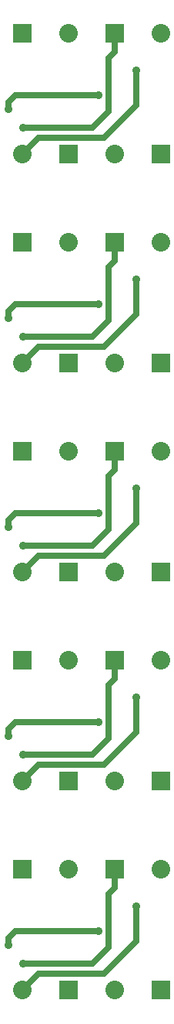
<source format=gbr>
G04 start of page 3 for group 1 idx 1 *
G04 Title: (unknown), solder *
G04 Creator: pcb 4.0.2 *
G04 CreationDate: Thu Sep  9 05:11:40 2021 UTC *
G04 For: ndholmes *
G04 Format: Gerber/RS-274X *
G04 PCB-Dimensions (mil): 1020.00 4700.00 *
G04 PCB-Coordinate-Origin: lower left *
%MOIN*%
%FSLAX25Y25*%
%LNBOTTOM*%
%ADD24C,0.0480*%
%ADD23C,0.0310*%
%ADD22C,0.0200*%
%ADD21C,0.0360*%
%ADD20C,0.0800*%
%ADD19C,0.0001*%
%ADD18C,0.0250*%
G54D18*X54000Y330000D02*X18000D01*
X21500Y316000D02*X51500D01*
X58500Y323000D01*
X56500Y311500D02*X28000D01*
X58500Y323000D02*Y346000D01*
X61000Y348500D01*
Y356500D01*
X70500Y340500D02*Y325500D01*
X56500Y311500D01*
X51500Y406000D02*X58500Y413000D01*
Y436000D01*
X61000Y438500D01*
X54000Y420000D02*X18000D01*
X15000Y417000D01*
Y414000D01*
X21500Y406000D02*X51500D01*
X61000Y438500D02*Y446500D01*
X70500Y430500D02*Y415500D01*
X56500Y401500D01*
X28000D01*
X21000Y394500D01*
X18000Y330000D02*X15000Y327000D01*
Y324000D01*
X28000Y311500D02*X21000Y304500D01*
X54000Y240000D02*X18000D01*
X15000Y237000D01*
Y234000D01*
X51500Y226000D02*X58500Y233000D01*
Y256000D01*
X61000Y258500D01*
Y266500D01*
X70500Y250500D02*Y235500D01*
X56500Y221500D01*
X21500Y226000D02*X51500D01*
X56500Y221500D02*X28000D01*
X21000Y214500D01*
X58500Y143000D02*Y166000D01*
X70500Y160500D02*Y145500D01*
X56500Y131500D01*
X58500Y166000D02*X61000Y168500D01*
Y176500D01*
X54000Y150000D02*X18000D01*
X15000Y147000D01*
Y144000D01*
X21500Y136000D02*X51500D01*
X56500Y131500D02*X28000D01*
X21000Y124500D01*
X51500Y136000D02*X58500Y143000D01*
X54000Y60000D02*X18000D01*
X15000Y57000D01*
Y54000D01*
X21500Y46000D02*X51500D01*
X58500Y53000D01*
Y76000D01*
X61000Y78500D01*
Y86500D01*
X70500Y70500D02*Y55500D01*
X56500Y41500D01*
X28000D01*
X21000Y34500D01*
G54D19*G36*
X77000Y308500D02*Y300500D01*
X85000D01*
Y308500D01*
X77000D01*
G37*
G54D20*X81000Y356500D03*
G54D19*G36*
X77000Y218500D02*Y210500D01*
X85000D01*
Y218500D01*
X77000D01*
G37*
G54D20*X81000Y266500D03*
Y176500D03*
X61000Y304500D03*
G54D19*G36*
X57000Y360500D02*Y352500D01*
X65000D01*
Y360500D01*
X57000D01*
G37*
G54D20*X61000Y214500D03*
G54D19*G36*
X57000Y270500D02*Y262500D01*
X65000D01*
Y270500D01*
X57000D01*
G37*
G36*
X37000Y308500D02*Y300500D01*
X45000D01*
Y308500D01*
X37000D01*
G37*
G54D20*X21000Y304500D03*
G54D19*G36*
X17000Y360500D02*Y352500D01*
X25000D01*
Y360500D01*
X17000D01*
G37*
G54D20*X41000Y356500D03*
G54D19*G36*
X37000Y218500D02*Y210500D01*
X45000D01*
Y218500D01*
X37000D01*
G37*
G54D20*X21000Y214500D03*
G54D19*G36*
X17000Y270500D02*Y262500D01*
X25000D01*
Y270500D01*
X17000D01*
G37*
G54D20*X41000Y266500D03*
G54D19*G36*
X17000Y180500D02*Y172500D01*
X25000D01*
Y180500D01*
X17000D01*
G37*
G54D20*X41000Y176500D03*
X21000Y394500D03*
G54D19*G36*
X17000Y450500D02*Y442500D01*
X25000D01*
Y450500D01*
X17000D01*
G37*
G54D20*X41000Y446500D03*
G54D19*G36*
X57000Y450500D02*Y442500D01*
X65000D01*
Y450500D01*
X57000D01*
G37*
G36*
X77000Y398500D02*Y390500D01*
X85000D01*
Y398500D01*
X77000D01*
G37*
G54D20*X61000Y394500D03*
G54D19*G36*
X37000Y398500D02*Y390500D01*
X45000D01*
Y398500D01*
X37000D01*
G37*
G54D20*X81000Y446500D03*
G54D19*G36*
X77000Y128500D02*Y120500D01*
X85000D01*
Y128500D01*
X77000D01*
G37*
G36*
X17000Y90500D02*Y82500D01*
X25000D01*
Y90500D01*
X17000D01*
G37*
G54D20*X41000Y86500D03*
X81000D03*
X61000Y124500D03*
G54D19*G36*
X37000Y128500D02*Y120500D01*
X45000D01*
Y128500D01*
X37000D01*
G37*
G54D20*X21000Y124500D03*
G54D19*G36*
X57000Y180500D02*Y172500D01*
X65000D01*
Y180500D01*
X57000D01*
G37*
G54D20*X61000Y34500D03*
G54D19*G36*
X57000Y90500D02*Y82500D01*
X65000D01*
Y90500D01*
X57000D01*
G37*
G36*
X77000Y38500D02*Y30500D01*
X85000D01*
Y38500D01*
X77000D01*
G37*
G36*
X37000D02*Y30500D01*
X45000D01*
Y38500D01*
X37000D01*
G37*
G54D20*X21000Y34500D03*
G54D21*X54000Y330000D03*
X70500Y340500D03*
X15000Y324000D03*
X21500Y316000D03*
X15000Y414000D03*
X21500Y406000D03*
X54000Y420000D03*
X70500Y430500D03*
X54000Y240000D03*
X70500Y250500D03*
X15000Y234000D03*
X21500Y226000D03*
X54000Y150000D03*
X70500Y160500D03*
X15000Y144000D03*
X21500Y136000D03*
X54000Y60000D03*
X70500Y70500D03*
X15000Y54000D03*
X21500Y46000D03*
G54D22*G54D23*G54D22*G54D23*G54D22*G54D23*G54D22*G54D23*G54D22*G54D24*M02*

</source>
